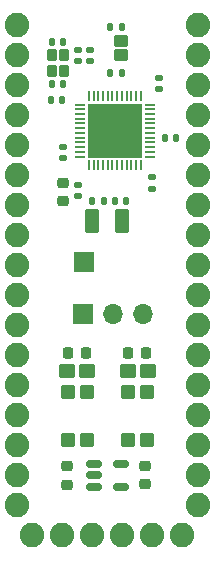
<source format=gbr>
G04 #@! TF.GenerationSoftware,KiCad,Pcbnew,(7.0.0)*
G04 #@! TF.CreationDate,2023-04-22T14:23:37+07:00*
G04 #@! TF.ProjectId,nrf52840-qfaa-breakout,6e726635-3238-4343-902d-716661612d62,rev?*
G04 #@! TF.SameCoordinates,Original*
G04 #@! TF.FileFunction,Soldermask,Top*
G04 #@! TF.FilePolarity,Negative*
%FSLAX46Y46*%
G04 Gerber Fmt 4.6, Leading zero omitted, Abs format (unit mm)*
G04 Created by KiCad (PCBNEW (7.0.0)) date 2023-04-22 14:23:37*
%MOMM*%
%LPD*%
G01*
G04 APERTURE LIST*
G04 Aperture macros list*
%AMRoundRect*
0 Rectangle with rounded corners*
0 $1 Rounding radius*
0 $2 $3 $4 $5 $6 $7 $8 $9 X,Y pos of 4 corners*
0 Add a 4 corners polygon primitive as box body*
4,1,4,$2,$3,$4,$5,$6,$7,$8,$9,$2,$3,0*
0 Add four circle primitives for the rounded corners*
1,1,$1+$1,$2,$3*
1,1,$1+$1,$4,$5*
1,1,$1+$1,$6,$7*
1,1,$1+$1,$8,$9*
0 Add four rect primitives between the rounded corners*
20,1,$1+$1,$2,$3,$4,$5,0*
20,1,$1+$1,$4,$5,$6,$7,0*
20,1,$1+$1,$6,$7,$8,$9,0*
20,1,$1+$1,$8,$9,$2,$3,0*%
G04 Aperture macros list end*
%ADD10RoundRect,0.101600X-0.550000X-0.500000X0.550000X-0.500000X0.550000X0.500000X-0.550000X0.500000X0*%
%ADD11R,1.700000X1.700000*%
%ADD12O,1.700000X1.700000*%
%ADD13RoundRect,0.225000X-0.250000X0.225000X-0.250000X-0.225000X0.250000X-0.225000X0.250000X0.225000X0*%
%ADD14C,2.082800*%
%ADD15RoundRect,0.101600X-0.450000X0.425000X-0.450000X-0.425000X0.450000X-0.425000X0.450000X0.425000X0*%
%ADD16RoundRect,0.140000X0.140000X0.170000X-0.140000X0.170000X-0.140000X-0.170000X0.140000X-0.170000X0*%
%ADD17RoundRect,0.101600X0.500000X-0.450000X0.500000X0.450000X-0.500000X0.450000X-0.500000X-0.450000X0*%
%ADD18RoundRect,0.140000X-0.170000X0.140000X-0.170000X-0.140000X0.170000X-0.140000X0.170000X0.140000X0*%
%ADD19RoundRect,0.218750X0.218750X0.256250X-0.218750X0.256250X-0.218750X-0.256250X0.218750X-0.256250X0*%
%ADD20RoundRect,0.150000X-0.512500X-0.150000X0.512500X-0.150000X0.512500X0.150000X-0.512500X0.150000X0*%
%ADD21RoundRect,0.050000X0.050000X-0.350000X0.050000X0.350000X-0.050000X0.350000X-0.050000X-0.350000X0*%
%ADD22RoundRect,0.050000X0.350000X-0.050000X0.350000X0.050000X-0.350000X0.050000X-0.350000X-0.050000X0*%
%ADD23R,4.600000X4.600000*%
%ADD24RoundRect,0.140000X0.170000X-0.140000X0.170000X0.140000X-0.170000X0.140000X-0.170000X-0.140000X0*%
%ADD25RoundRect,0.140000X-0.140000X-0.170000X0.140000X-0.170000X0.140000X0.170000X-0.140000X0.170000X0*%
%ADD26RoundRect,0.101600X0.500000X0.900000X-0.500000X0.900000X-0.500000X-0.900000X0.500000X-0.900000X0*%
%ADD27RoundRect,0.101600X0.350000X-0.375000X0.350000X0.375000X-0.350000X0.375000X-0.350000X-0.375000X0*%
%ADD28RoundRect,0.101600X-0.350000X0.375000X-0.350000X-0.375000X0.350000X-0.375000X0.350000X0.375000X0*%
G04 APERTURE END LIST*
D10*
G04 #@! TO.C,R2*
X145100000Y-115800000D03*
X146800000Y-115800000D03*
G04 #@! TD*
D11*
G04 #@! TO.C,J5*
X146409999Y-111039999D03*
D12*
X148949999Y-111039999D03*
X151489999Y-111039999D03*
G04 #@! TD*
D13*
G04 #@! TO.C,C2*
X151700000Y-123875000D03*
X151700000Y-125425000D03*
G04 #@! TD*
D14*
G04 #@! TO.C,J4*
X156150000Y-127220000D03*
X156150000Y-124680000D03*
X156150000Y-122140000D03*
X156150000Y-119600000D03*
X156150000Y-117060000D03*
X156150000Y-114520000D03*
X156150000Y-111980000D03*
X156150000Y-109440000D03*
X156150000Y-106900000D03*
X156150000Y-104360000D03*
X156150000Y-101820000D03*
X156150000Y-99280000D03*
X156150000Y-96740000D03*
X156150000Y-94200000D03*
X156150000Y-91660000D03*
X156150000Y-89120000D03*
X156150000Y-86580000D03*
G04 #@! TD*
D15*
G04 #@! TO.C,L1*
X149675000Y-87920000D03*
X149675000Y-89080000D03*
G04 #@! TD*
D14*
G04 #@! TO.C,J1*
X142130000Y-129750000D03*
X144670000Y-129750000D03*
X147210000Y-129750000D03*
X149750000Y-129750000D03*
X152290000Y-129750000D03*
X154830000Y-129750000D03*
G04 #@! TD*
D16*
G04 #@! TO.C,C10*
X144760000Y-91520000D03*
X143800000Y-91520000D03*
G04 #@! TD*
D17*
G04 #@! TO.C,SW1*
X146750000Y-121675000D03*
X146750000Y-117575000D03*
X145150000Y-117575000D03*
X145150000Y-121675000D03*
G04 #@! TD*
D16*
G04 #@! TO.C,C9*
X144770000Y-87940000D03*
X143810000Y-87940000D03*
G04 #@! TD*
D13*
G04 #@! TO.C,C17*
X144700000Y-99900000D03*
X144700000Y-101450000D03*
G04 #@! TD*
D14*
G04 #@! TO.C,J3*
X140875000Y-127200000D03*
X140875000Y-124660000D03*
X140875000Y-122120000D03*
X140875000Y-119580000D03*
X140875000Y-117040000D03*
X140875000Y-114500000D03*
X140875000Y-111960000D03*
X140875000Y-109420000D03*
X140875000Y-106880000D03*
X140875000Y-104340000D03*
X140875000Y-101800000D03*
X140875000Y-99260000D03*
X140875000Y-96720000D03*
X140875000Y-94180000D03*
X140875000Y-91640000D03*
X140875000Y-89100000D03*
X140875000Y-86560000D03*
G04 #@! TD*
D18*
G04 #@! TO.C,C19*
X152310000Y-99440000D03*
X152310000Y-100400000D03*
G04 #@! TD*
G04 #@! TO.C,C6*
X144720000Y-96860000D03*
X144720000Y-97820000D03*
G04 #@! TD*
D19*
G04 #@! TO.C,D1*
X151775000Y-114330000D03*
X150200000Y-114330000D03*
G04 #@! TD*
D20*
G04 #@! TO.C,U1*
X147387500Y-123725000D03*
X147387500Y-124675000D03*
X147387500Y-125625000D03*
X149662500Y-125625000D03*
X149662500Y-123725000D03*
G04 #@! TD*
D21*
G04 #@! TO.C,U2*
X146920000Y-98430000D03*
X147320000Y-98430000D03*
X147720000Y-98430000D03*
X148120000Y-98430000D03*
X148520000Y-98430000D03*
X148920000Y-98430000D03*
X149320000Y-98430000D03*
X149720000Y-98430000D03*
X150120000Y-98430000D03*
X150520000Y-98430000D03*
X150920000Y-98430000D03*
X151320000Y-98430000D03*
D22*
X152070000Y-97680000D03*
X152070000Y-97280000D03*
X152070000Y-96880000D03*
X152070000Y-96480000D03*
X152070000Y-96080000D03*
X152070000Y-95680000D03*
X152070000Y-95280000D03*
X152070000Y-94880000D03*
X152070000Y-94480000D03*
X152070000Y-94080000D03*
X152070000Y-93680000D03*
X152070000Y-93280000D03*
D21*
X151320000Y-92530000D03*
X150920000Y-92530000D03*
X150520000Y-92530000D03*
X150120000Y-92530000D03*
X149720000Y-92530000D03*
X149320000Y-92530000D03*
X148920000Y-92530000D03*
X148520000Y-92530000D03*
X148120000Y-92530000D03*
X147720000Y-92530000D03*
X147320000Y-92530000D03*
X146920000Y-92530000D03*
D22*
X146170000Y-93280000D03*
X146170000Y-93680000D03*
X146170000Y-94080000D03*
X146170000Y-94480000D03*
X146170000Y-94880000D03*
X146170000Y-95280000D03*
X146170000Y-95680000D03*
X146170000Y-96080000D03*
X146170000Y-96480000D03*
X146170000Y-96880000D03*
X146170000Y-97280000D03*
X146170000Y-97680000D03*
D23*
X149119999Y-95479999D03*
G04 #@! TD*
D17*
G04 #@! TO.C,SW2*
X151850000Y-121675000D03*
X151850000Y-117575000D03*
X150250000Y-117575000D03*
X150250000Y-121675000D03*
G04 #@! TD*
D24*
G04 #@! TO.C,C18*
X152880000Y-91950000D03*
X152880000Y-90990000D03*
G04 #@! TD*
D10*
G04 #@! TO.C,R1*
X150225000Y-115800000D03*
X151925000Y-115800000D03*
G04 #@! TD*
D19*
G04 #@! TO.C,D3*
X146720000Y-114290000D03*
X145145000Y-114290000D03*
G04 #@! TD*
D25*
G04 #@! TO.C,C11*
X148730000Y-90640000D03*
X149690000Y-90640000D03*
G04 #@! TD*
D13*
G04 #@! TO.C,C1*
X145100000Y-123905000D03*
X145100000Y-125455000D03*
G04 #@! TD*
D18*
G04 #@! TO.C,C5*
X146040000Y-88620000D03*
X146040000Y-89580000D03*
G04 #@! TD*
D11*
G04 #@! TO.C,J2*
X146489999Y-106589999D03*
G04 #@! TD*
D16*
G04 #@! TO.C,C16*
X144670000Y-92920000D03*
X143710000Y-92920000D03*
G04 #@! TD*
G04 #@! TO.C,C12*
X149710000Y-86750000D03*
X148750000Y-86750000D03*
G04 #@! TD*
D25*
G04 #@! TO.C,C14*
X149100000Y-101420000D03*
X150060000Y-101420000D03*
G04 #@! TD*
D26*
G04 #@! TO.C,Y2*
X149725000Y-103100000D03*
X147225000Y-103100000D03*
G04 #@! TD*
D18*
G04 #@! TO.C,C4*
X147010000Y-88620000D03*
X147010000Y-89580000D03*
G04 #@! TD*
D16*
G04 #@! TO.C,C13*
X148170000Y-101410000D03*
X147210000Y-101410000D03*
G04 #@! TD*
D27*
G04 #@! TO.C,Y1*
X144820000Y-90430000D03*
D28*
X144820000Y-89080000D03*
X143820000Y-89080000D03*
D27*
X143820000Y-90430000D03*
G04 #@! TD*
D24*
G04 #@! TO.C,C3*
X145975000Y-101055000D03*
X145975000Y-100095000D03*
G04 #@! TD*
D25*
G04 #@! TO.C,C15*
X153380000Y-96130000D03*
X154340000Y-96130000D03*
G04 #@! TD*
M02*

</source>
